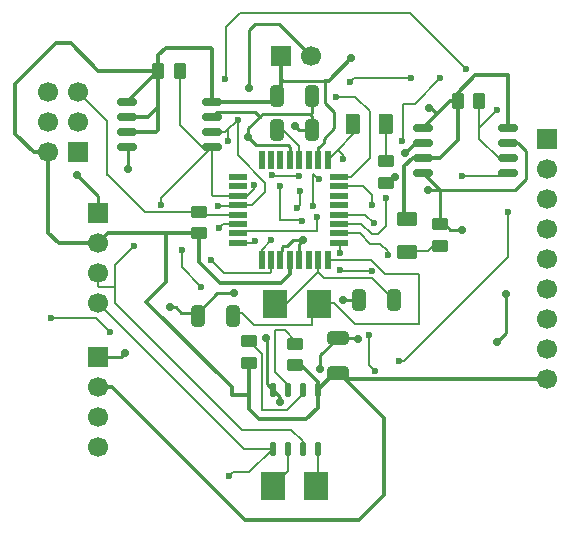
<source format=gbr>
%TF.GenerationSoftware,KiCad,Pcbnew,9.0.1*%
%TF.CreationDate,2025-11-22T15:28:51+03:00*%
%TF.ProjectId,MCU Datalogger wirh 512KB EEPROM,4d435520-4461-4746-916c-6f6767657220,1*%
%TF.SameCoordinates,Original*%
%TF.FileFunction,Copper,L1,Top*%
%TF.FilePolarity,Positive*%
%FSLAX46Y46*%
G04 Gerber Fmt 4.6, Leading zero omitted, Abs format (unit mm)*
G04 Created by KiCad (PCBNEW 9.0.1) date 2025-11-22 15:28:51*
%MOMM*%
%LPD*%
G01*
G04 APERTURE LIST*
G04 Aperture macros list*
%AMRoundRect*
0 Rectangle with rounded corners*
0 $1 Rounding radius*
0 $2 $3 $4 $5 $6 $7 $8 $9 X,Y pos of 4 corners*
0 Add a 4 corners polygon primitive as box body*
4,1,4,$2,$3,$4,$5,$6,$7,$8,$9,$2,$3,0*
0 Add four circle primitives for the rounded corners*
1,1,$1+$1,$2,$3*
1,1,$1+$1,$4,$5*
1,1,$1+$1,$6,$7*
1,1,$1+$1,$8,$9*
0 Add four rect primitives between the rounded corners*
20,1,$1+$1,$2,$3,$4,$5,0*
20,1,$1+$1,$4,$5,$6,$7,0*
20,1,$1+$1,$6,$7,$8,$9,0*
20,1,$1+$1,$8,$9,$2,$3,0*%
G04 Aperture macros list end*
%TA.AperFunction,SMDPad,CuDef*%
%ADD10RoundRect,0.162500X-0.650000X-0.162500X0.650000X-0.162500X0.650000X0.162500X-0.650000X0.162500X0*%
%TD*%
%TA.AperFunction,SMDPad,CuDef*%
%ADD11RoundRect,0.250000X-0.325000X-0.650000X0.325000X-0.650000X0.325000X0.650000X-0.325000X0.650000X0*%
%TD*%
%TA.AperFunction,SMDPad,CuDef*%
%ADD12R,2.000000X2.400000*%
%TD*%
%TA.AperFunction,SMDPad,CuDef*%
%ADD13RoundRect,0.250000X0.625000X-0.375000X0.625000X0.375000X-0.625000X0.375000X-0.625000X-0.375000X0*%
%TD*%
%TA.AperFunction,SMDPad,CuDef*%
%ADD14RoundRect,0.250000X0.450000X-0.262500X0.450000X0.262500X-0.450000X0.262500X-0.450000X-0.262500X0*%
%TD*%
%TA.AperFunction,SMDPad,CuDef*%
%ADD15RoundRect,0.250000X-0.650000X0.325000X-0.650000X-0.325000X0.650000X-0.325000X0.650000X0.325000X0*%
%TD*%
%TA.AperFunction,ComponentPad*%
%ADD16R,1.700000X1.700000*%
%TD*%
%TA.AperFunction,ComponentPad*%
%ADD17C,1.700000*%
%TD*%
%TA.AperFunction,SMDPad,CuDef*%
%ADD18RoundRect,0.250000X-0.262500X-0.450000X0.262500X-0.450000X0.262500X0.450000X-0.262500X0.450000X0*%
%TD*%
%TA.AperFunction,SMDPad,CuDef*%
%ADD19RoundRect,0.078000X-0.182000X-0.492000X0.182000X-0.492000X0.182000X0.492000X-0.182000X0.492000X0*%
%TD*%
%TA.AperFunction,SMDPad,CuDef*%
%ADD20RoundRect,0.250000X0.375000X0.625000X-0.375000X0.625000X-0.375000X-0.625000X0.375000X-0.625000X0*%
%TD*%
%TA.AperFunction,SMDPad,CuDef*%
%ADD21R,0.550000X1.600000*%
%TD*%
%TA.AperFunction,SMDPad,CuDef*%
%ADD22R,1.600000X0.550000*%
%TD*%
%TA.AperFunction,ViaPad*%
%ADD23C,0.600000*%
%TD*%
%TA.AperFunction,ViaPad*%
%ADD24C,0.700000*%
%TD*%
%TA.AperFunction,Conductor*%
%ADD25C,0.200000*%
%TD*%
%TA.AperFunction,Conductor*%
%ADD26C,0.250000*%
%TD*%
%TA.AperFunction,Conductor*%
%ADD27C,0.300000*%
%TD*%
G04 APERTURE END LIST*
D10*
%TO.P,U2,1,A0*%
%TO.N,/Vcc*%
X146843500Y-86257100D03*
%TO.P,U2,2,A1*%
%TO.N,GND*%
X146843500Y-87527100D03*
%TO.P,U2,3,A2*%
%TO.N,/Vcc*%
X146843500Y-88797100D03*
%TO.P,U2,4,GND*%
%TO.N,GND*%
X146843500Y-90067100D03*
%TO.P,U2,5,SDA*%
%TO.N,/SDA*%
X154018500Y-90067100D03*
%TO.P,U2,6,SCL*%
%TO.N,/SCL*%
X154018500Y-88797100D03*
%TO.P,U2,7,WP*%
%TO.N,GND*%
X154018500Y-87527100D03*
%TO.P,U2,8,VCC*%
%TO.N,/Vcc*%
X154018500Y-86257100D03*
%TD*%
D11*
%TO.P,C5,1*%
%TO.N,/Vcc*%
X134443500Y-83587100D03*
%TO.P,C5,2*%
%TO.N,GND*%
X137393500Y-83587100D03*
%TD*%
D12*
%TO.P,Y1,1,1*%
%TO.N,Net-(IC1-PB7)*%
X138018500Y-101187100D03*
%TO.P,Y1,2,2*%
%TO.N,Net-(IC1-PB6)*%
X134318500Y-101187100D03*
%TD*%
D13*
%TO.P,D2,1,K*%
%TO.N,Net-(D2-K)*%
X145493500Y-96737100D03*
%TO.P,D2,2,A*%
%TO.N,/Vcc*%
X145493500Y-93937100D03*
%TD*%
D14*
%TO.P,R7,1*%
%TO.N,GND*%
X143718500Y-90899600D03*
%TO.P,R7,2*%
%TO.N,Net-(D1-K)*%
X143718500Y-89074600D03*
%TD*%
%TO.P,R4,1*%
%TO.N,/Vcc*%
X132043500Y-106137100D03*
%TO.P,R4,2*%
%TO.N,Net-(U3-!INTA)*%
X132043500Y-104312100D03*
%TD*%
D15*
%TO.P,C4,1*%
%TO.N,GND*%
X139593500Y-104012100D03*
%TO.P,C4,2*%
%TO.N,/Vcc*%
X139593500Y-106962100D03*
%TD*%
D14*
%TO.P,R6,1*%
%TO.N,/Vcc*%
X127843500Y-95174600D03*
%TO.P,R6,2*%
%TO.N,/RESET*%
X127843500Y-93349600D03*
%TD*%
D16*
%TO.P,J3,1,Pin_1*%
%TO.N,/D2*%
X157268500Y-87182100D03*
D17*
%TO.P,J3,2,Pin_2*%
%TO.N,/D3*%
X157268500Y-89722100D03*
%TO.P,J3,3,Pin_3*%
%TO.N,/D4*%
X157268500Y-92262100D03*
%TO.P,J3,4,Pin_4*%
%TO.N,/D5*%
X157268500Y-94802100D03*
%TO.P,J3,5,Pin_5*%
%TO.N,/D6*%
X157268500Y-97342100D03*
%TO.P,J3,6,Pin_6*%
%TO.N,/D7*%
X157268500Y-99882100D03*
%TO.P,J3,7,Pin_7*%
%TO.N,/D8*%
X157268500Y-102422100D03*
%TO.P,J3,8,Pin_8*%
%TO.N,GND*%
X157268500Y-104962100D03*
%TO.P,J3,9,Pin_9*%
%TO.N,/Vcc*%
X157268500Y-107502100D03*
%TD*%
D12*
%TO.P,Y2,1,1*%
%TO.N,Net-(U3-X1)*%
X134093500Y-116587100D03*
%TO.P,Y2,2,2*%
%TO.N,Net-(U3-X2)*%
X137793500Y-116587100D03*
%TD*%
D16*
%TO.P,BT1,1,+*%
%TO.N,/Vcc*%
X134828500Y-80162100D03*
D17*
%TO.P,BT1,2,-*%
%TO.N,GND*%
X137368500Y-80162100D03*
%TD*%
D16*
%TO.P,J1,1,Pin_1*%
%TO.N,GND*%
X119293500Y-93492100D03*
D17*
%TO.P,J1,2,Pin_2*%
%TO.N,/Vcc*%
X119293500Y-96032100D03*
%TO.P,J1,3,Pin_3*%
%TO.N,/SDA*%
X119293500Y-98572100D03*
%TO.P,J1,4,Pin_4*%
%TO.N,/SCL*%
X119293500Y-101112100D03*
%TD*%
D11*
%TO.P,C3,1*%
%TO.N,GND*%
X141418500Y-100812100D03*
%TO.P,C3,2*%
%TO.N,Net-(IC1-PB6)*%
X144368500Y-100812100D03*
%TD*%
%TO.P,C2,1*%
%TO.N,GND*%
X127745000Y-102140000D03*
%TO.P,C2,2*%
%TO.N,Net-(IC1-PB7)*%
X130695000Y-102140000D03*
%TD*%
D10*
%TO.P,U1,1,A0*%
%TO.N,/Vcc*%
X121768500Y-84067100D03*
%TO.P,U1,2,A1*%
X121768500Y-85337100D03*
%TO.P,U1,3,A2*%
X121768500Y-86607100D03*
%TO.P,U1,4,GND*%
%TO.N,GND*%
X121768500Y-87877100D03*
%TO.P,U1,5,SDA*%
%TO.N,/SDA*%
X128943500Y-87877100D03*
%TO.P,U1,6,SCL*%
%TO.N,/SCL*%
X128943500Y-86607100D03*
%TO.P,U1,7,WP*%
%TO.N,GND*%
X128943500Y-85337100D03*
%TO.P,U1,8,VCC*%
%TO.N,/Vcc*%
X128943500Y-84067100D03*
%TD*%
D14*
%TO.P,R5,1*%
%TO.N,/Vcc*%
X135991600Y-106347900D03*
%TO.P,R5,2*%
%TO.N,Net-(U3-SQW{slash}~INT)*%
X135991600Y-104522900D03*
%TD*%
%TO.P,R1,1*%
%TO.N,Net-(D2-K)*%
X148234400Y-96238700D03*
%TO.P,R1,2*%
%TO.N,GND*%
X148234400Y-94413700D03*
%TD*%
D18*
%TO.P,R3,1*%
%TO.N,/Vcc*%
X149743500Y-84012100D03*
%TO.P,R3,2*%
%TO.N,/SCL*%
X151568500Y-84012100D03*
%TD*%
D11*
%TO.P,C1,1*%
%TO.N,Net-(IC1-AREF)*%
X134443900Y-86431100D03*
%TO.P,C1,2*%
%TO.N,GND*%
X137393900Y-86431100D03*
%TD*%
D19*
%TO.P,U3,1,SCL*%
%TO.N,/SCL*%
X134083500Y-113449600D03*
%TO.P,U3,2,X1*%
%TO.N,Net-(U3-X1)*%
X135353500Y-113449600D03*
%TO.P,U3,3,SDA*%
%TO.N,/SDA*%
X136623500Y-113449600D03*
%TO.P,U3,4,X2*%
%TO.N,Net-(U3-X2)*%
X137893500Y-113449600D03*
%TO.P,U3,5,VCC*%
%TO.N,/Vcc*%
X137893500Y-108409600D03*
%TO.P,U3,6,!INTA*%
%TO.N,Net-(U3-!INTA)*%
X136623500Y-108409600D03*
%TO.P,U3,7,SQW/~INT*%
%TO.N,Net-(U3-SQW{slash}~INT)*%
X135353500Y-108409600D03*
%TO.P,U3,8,GND*%
%TO.N,GND*%
X134083500Y-108409600D03*
%TD*%
D16*
%TO.P,J4,1,Pin_1*%
%TO.N,/MISO*%
X117593500Y-88287100D03*
D17*
%TO.P,J4,2,Pin_2*%
%TO.N,/Vcc*%
X115053500Y-88287100D03*
%TO.P,J4,3,Pin_3*%
%TO.N,/SCK*%
X117593500Y-85747100D03*
%TO.P,J4,4,Pin_4*%
%TO.N,/MOSI*%
X115053500Y-85747100D03*
%TO.P,J4,5,Pin_5*%
%TO.N,/RESET*%
X117593500Y-83207100D03*
%TO.P,J4,6,Pin_6*%
%TO.N,GND*%
X115053500Y-83207100D03*
%TD*%
D20*
%TO.P,D1,1,K*%
%TO.N,Net-(D1-K)*%
X143693500Y-85887100D03*
%TO.P,D1,2,A*%
%TO.N,/SCK*%
X140893500Y-85887100D03*
%TD*%
D18*
%TO.P,R2,1*%
%TO.N,/Vcc*%
X124406000Y-81437100D03*
%TO.P,R2,2*%
%TO.N,/SDA*%
X126231000Y-81437100D03*
%TD*%
D21*
%TO.P,IC1,1,PD3*%
%TO.N,/D3*%
X133143500Y-97437100D03*
%TO.P,IC1,2,PD4*%
%TO.N,/D4*%
X133943500Y-97437100D03*
%TO.P,IC1,3,GND*%
%TO.N,GND*%
X134743500Y-97437100D03*
%TO.P,IC1,4,VCC*%
%TO.N,/Vcc*%
X135543500Y-97437100D03*
%TO.P,IC1,5,GND*%
%TO.N,GND*%
X136343500Y-97437100D03*
%TO.P,IC1,6,VCC*%
%TO.N,unconnected-(IC1-VCC-Pad6)*%
X137143500Y-97437100D03*
%TO.P,IC1,7,PB6*%
%TO.N,Net-(IC1-PB6)*%
X137943500Y-97437100D03*
%TO.P,IC1,8,PB7*%
%TO.N,Net-(IC1-PB7)*%
X138743500Y-97437100D03*
D22*
%TO.P,IC1,9,PD5*%
%TO.N,/D5*%
X139668500Y-95987100D03*
%TO.P,IC1,10,PD6*%
%TO.N,/D6*%
X139668500Y-95187100D03*
%TO.P,IC1,11,PD7*%
%TO.N,/D7*%
X139668500Y-94387100D03*
%TO.P,IC1,12,PB0*%
%TO.N,/D8*%
X139668500Y-93587100D03*
%TO.P,IC1,13,PB1*%
%TO.N,unconnected-(IC1-PB1-Pad13)*%
X139668500Y-92787100D03*
%TO.P,IC1,14,PB2*%
%TO.N,unconnected-(IC1-PB2-Pad14)*%
X139668500Y-91987100D03*
%TO.P,IC1,15,PB3*%
%TO.N,/MOSI*%
X139668500Y-91187100D03*
%TO.P,IC1,16,PB4*%
%TO.N,/MISO*%
X139668500Y-90387100D03*
D21*
%TO.P,IC1,17,PB5*%
%TO.N,/SCK*%
X138743500Y-88937100D03*
%TO.P,IC1,18,AVCC*%
%TO.N,/Vcc*%
X137943500Y-88937100D03*
%TO.P,IC1,19,ADC6*%
%TO.N,unconnected-(IC1-ADC6-Pad19)*%
X137143500Y-88937100D03*
%TO.P,IC1,20,AREF*%
%TO.N,Net-(IC1-AREF)*%
X136343500Y-88937100D03*
%TO.P,IC1,21,GND*%
%TO.N,GND*%
X135543500Y-88937100D03*
%TO.P,IC1,22,ADC7*%
%TO.N,unconnected-(IC1-ADC7-Pad22)*%
X134743500Y-88937100D03*
%TO.P,IC1,23,PC0*%
%TO.N,unconnected-(IC1-PC0-Pad23)*%
X133943500Y-88937100D03*
%TO.P,IC1,24,PC1*%
%TO.N,unconnected-(IC1-PC1-Pad24)*%
X133143500Y-88937100D03*
D22*
%TO.P,IC1,25,PC2*%
%TO.N,unconnected-(IC1-PC2-Pad25)*%
X131168500Y-90387100D03*
%TO.P,IC1,26,PC3*%
%TO.N,unconnected-(IC1-PC3-Pad26)*%
X131168500Y-91187100D03*
%TO.P,IC1,27,PC4*%
%TO.N,/SDA*%
X131168500Y-91987100D03*
%TO.P,IC1,28,PC5*%
%TO.N,/SCL*%
X131168500Y-92787100D03*
%TO.P,IC1,29,PC6*%
%TO.N,/RESET*%
X131168500Y-93587100D03*
%TO.P,IC1,30,PD0*%
%TO.N,/RX*%
X131168500Y-94387100D03*
%TO.P,IC1,31,PD1*%
%TO.N,/TX*%
X131168500Y-95187100D03*
%TO.P,IC1,32,PD2*%
%TO.N,/D2*%
X131168500Y-95987100D03*
%TD*%
D16*
%TO.P,J2,1,Pin_1*%
%TO.N,GND*%
X119293500Y-105627100D03*
D17*
%TO.P,J2,2,Pin_2*%
%TO.N,/Vcc*%
X119293500Y-108167100D03*
%TO.P,J2,3,Pin_3*%
%TO.N,/RX*%
X119293500Y-110707100D03*
%TO.P,J2,4,Pin_4*%
%TO.N,/TX*%
X119293500Y-113247100D03*
%TD*%
D23*
%TO.N,/SCK*%
X140050000Y-88910000D03*
X138030000Y-90580000D03*
X128020000Y-99690000D03*
X120280000Y-103530000D03*
X137520000Y-92820000D03*
X115310000Y-102340000D03*
X126390000Y-96580000D03*
D24*
%TO.N,GND*%
X134725100Y-109462100D03*
X150092100Y-94863900D03*
X153063900Y-104363500D03*
X125377900Y-101442500D03*
X141278300Y-104084100D03*
X147196500Y-91512100D03*
X138093500Y-106687100D03*
X133543500Y-104058700D03*
X145253400Y-88399600D03*
X135944300Y-86050100D03*
X140008300Y-100832900D03*
X117478500Y-90212100D03*
X121567900Y-105277900D03*
X130838900Y-100223300D03*
X132108900Y-82849700D03*
X153800500Y-100350300D03*
X121821900Y-89733100D03*
X144427900Y-90393500D03*
X132032700Y-87040700D03*
X136655500Y-95778300D03*
%TO.N,/Vcc*%
X140744900Y-80360500D03*
X147320725Y-84554275D03*
D23*
%TO.N,/SDA*%
X132489900Y-91104700D03*
X122380700Y-96210100D03*
X136274500Y-90291900D03*
X134064700Y-90266500D03*
X124666700Y-92749600D03*
X150142900Y-90291900D03*
%TO.N,/RX*%
X129543500Y-94737100D03*
%TO.N,/D2*%
X145068500Y-87387100D03*
X136118500Y-93062100D03*
X132616900Y-95803700D03*
X136368500Y-91612100D03*
X148268500Y-82062100D03*
%TO.N,/D7*%
X143693500Y-92212100D03*
%TO.N,/TX*%
X137868500Y-93762100D03*
%TO.N,/MOSI*%
X142468500Y-92737100D03*
%TO.N,/D5*%
X139793500Y-96812100D03*
X139818500Y-98312100D03*
X142718500Y-106802100D03*
X142469973Y-98362100D03*
X142268500Y-103762100D03*
%TO.N,/D6*%
X143843500Y-97018431D03*
%TO.N,/D4*%
X154018500Y-93337100D03*
X128868500Y-97462100D03*
X144743500Y-105987100D03*
%TO.N,/SCL*%
X153063900Y-84754700D03*
X150447700Y-81274900D03*
X129493500Y-92841100D03*
X130051500Y-82087700D03*
X130330900Y-87396300D03*
X130393500Y-115737100D03*
X131118500Y-85562100D03*
%TO.N,/D3*%
X140668500Y-82362100D03*
X145793500Y-82037100D03*
X134743500Y-91187100D03*
X133941500Y-95762100D03*
X136593500Y-94162100D03*
%TO.N,/D8*%
X142643500Y-94312100D03*
%TO.N,/MISO*%
X139443500Y-83612100D03*
%TD*%
D25*
%TO.N,/SCK*%
X140050000Y-88570000D02*
X139580300Y-88100300D01*
X140050000Y-88910000D02*
X140050000Y-88570000D01*
X139580300Y-88100300D02*
X140893500Y-86787100D01*
X137520000Y-90160600D02*
X137939400Y-90580000D01*
X137939400Y-90580000D02*
X138030000Y-90580000D01*
X137520000Y-92820000D02*
X137520000Y-90160600D01*
X126390000Y-98060000D02*
X126390000Y-96580000D01*
X128020000Y-99690000D02*
X126390000Y-98060000D01*
X119090000Y-102340000D02*
X120280000Y-103530000D01*
X115310000Y-102340000D02*
X119090000Y-102340000D01*
D26*
%TO.N,GND*%
X137393500Y-83587100D02*
X137393500Y-85007300D01*
X134979100Y-96261100D02*
X134892500Y-96347700D01*
X154594300Y-91485700D02*
X148274900Y-91485700D01*
X137393900Y-86431100D02*
X136325300Y-86431100D01*
X139593500Y-104012100D02*
X138093500Y-105512100D01*
X134892500Y-96703100D02*
X134743500Y-96852100D01*
X149082800Y-94863900D02*
X148632600Y-94413700D01*
X134725100Y-109051200D02*
X134083500Y-108409600D01*
X136343500Y-96090300D02*
X136655500Y-95778300D01*
X155502300Y-88198401D02*
X155502300Y-90577700D01*
X129407300Y-100223300D02*
X130838900Y-100223300D01*
X129398900Y-84881700D02*
X132591500Y-84881700D01*
X119293500Y-105627100D02*
X121218700Y-105627100D01*
X155502300Y-90577700D02*
X154594300Y-91485700D01*
X135543500Y-87887100D02*
X135363500Y-87707100D01*
X140008300Y-100832900D02*
X141397700Y-100832900D01*
X127745000Y-101885600D02*
X129407300Y-100223300D01*
X148274900Y-91485700D02*
X148268500Y-91492100D01*
X121218700Y-105627100D02*
X121567900Y-105277900D01*
X154830999Y-87527100D02*
X155502300Y-88198401D01*
X138093500Y-105512100D02*
X138093500Y-106687100D01*
X134083500Y-108409600D02*
X133619500Y-107945600D01*
X125911300Y-101442500D02*
X126355900Y-101887100D01*
X119293500Y-93492100D02*
X119293500Y-92027100D01*
X132591500Y-84881700D02*
X132997900Y-85288100D01*
X136655500Y-95778300D02*
X135817300Y-95778300D01*
X136325300Y-86431100D02*
X135944300Y-86050100D01*
X132108900Y-77922100D02*
X132108900Y-82849700D01*
X153800500Y-103626900D02*
X153063900Y-104363500D01*
X135817300Y-95778300D02*
X135334500Y-96261100D01*
X119293500Y-92027100D02*
X117478500Y-90212100D01*
X135543500Y-88937100D02*
X135543500Y-87887100D01*
X148268500Y-91492100D02*
X148268500Y-94379600D01*
X137315900Y-85186500D02*
X137443500Y-85314100D01*
X137368500Y-80162100D02*
X134645900Y-77439500D01*
X133061400Y-85224600D02*
X133201100Y-85084900D01*
X132699100Y-87707100D02*
X132032700Y-87040700D01*
X134892500Y-96347700D02*
X134892500Y-96703100D01*
X153800500Y-101494100D02*
X153800500Y-100350300D01*
X148274900Y-91485700D02*
X147222900Y-91485700D01*
X137315900Y-85084900D02*
X137315900Y-85186500D01*
X141206300Y-104012100D02*
X141278300Y-104084100D01*
X139593500Y-104012100D02*
X141206300Y-104012100D01*
X121821900Y-89733100D02*
X121821900Y-87930500D01*
X135363500Y-87707100D02*
X132699100Y-87707100D01*
X146125900Y-87527100D02*
X146843500Y-87527100D01*
X137443500Y-86381500D02*
X137393900Y-86431100D01*
X132032700Y-87040700D02*
X132032700Y-86253300D01*
X137393500Y-85007300D02*
X137315900Y-85084900D01*
X133201100Y-85084900D02*
X137315900Y-85084900D01*
X148268500Y-94379600D02*
X148234400Y-94413700D01*
X134645900Y-77439500D02*
X132591500Y-77439500D01*
X132591500Y-77439500D02*
X132108900Y-77922100D01*
X132032700Y-86253300D02*
X133061400Y-85224600D01*
X153800500Y-101494100D02*
X153800500Y-103626900D01*
X134743500Y-96852100D02*
X134743500Y-97437100D01*
X136343500Y-97437100D02*
X136343500Y-96090300D01*
X127745000Y-102140000D02*
X127745000Y-101885600D01*
X154018500Y-87527100D02*
X154830999Y-87527100D01*
X146843500Y-90067100D02*
X148268500Y-91492100D01*
X128943500Y-85337100D02*
X129398900Y-84881700D01*
X126355900Y-101887100D02*
X127492100Y-101887100D01*
X133619500Y-104134700D02*
X133543500Y-104058700D01*
X135334500Y-96261100D02*
X134979100Y-96261100D01*
X125377900Y-101442500D02*
X125911300Y-101442500D01*
X121821900Y-87930500D02*
X121768500Y-87877100D01*
X134725100Y-109462100D02*
X134725100Y-109051200D01*
X141397700Y-100832900D02*
X141418500Y-100812100D01*
X143921800Y-90899600D02*
X144427900Y-90393500D01*
X137443500Y-85314100D02*
X137443500Y-86381500D01*
X148632600Y-94413700D02*
X148234400Y-94413700D01*
X145253400Y-88399600D02*
X146125900Y-87527100D01*
X147222900Y-91485700D02*
X147196500Y-91512100D01*
X150092100Y-94863900D02*
X149082800Y-94863900D01*
X133619500Y-107945600D02*
X133619500Y-104134700D01*
X132997900Y-85288100D02*
X133061400Y-85224600D01*
X127492100Y-101887100D02*
X127745000Y-102140000D01*
X143718500Y-90899600D02*
X143921800Y-90899600D01*
D27*
%TO.N,/Vcc*%
X147529475Y-84554275D02*
X147320725Y-84554275D01*
X125073100Y-95174600D02*
X127843500Y-95174600D01*
X124406000Y-80099600D02*
X124406000Y-81437100D01*
X128943500Y-79537100D02*
X128893500Y-79487100D01*
X125073100Y-95174600D02*
X125073100Y-99283500D01*
D26*
X137943500Y-88937100D02*
X137943500Y-87884900D01*
D27*
X139593500Y-106887100D02*
X139541000Y-106834600D01*
X157268500Y-107502100D02*
X140233500Y-107502100D01*
X134828500Y-80162100D02*
X134828500Y-82113100D01*
X124398500Y-81437100D02*
X121768500Y-84067100D01*
D26*
X138395700Y-87154700D02*
X139271700Y-86278700D01*
D27*
X124406000Y-81437100D02*
X124398500Y-81437100D01*
X151193500Y-81812100D02*
X149743500Y-83262100D01*
X154018500Y-81837100D02*
X153993500Y-81812100D01*
D26*
X134980900Y-82265500D02*
X134828500Y-82113100D01*
X139271700Y-86278700D02*
X139271700Y-84881700D01*
X137943500Y-87884900D02*
X138035926Y-87884900D01*
D27*
X148037900Y-85062700D02*
X147529475Y-84554275D01*
X145493500Y-93937100D02*
X145218500Y-93662100D01*
X129593500Y-99387100D02*
X134770500Y-99387100D01*
X115053500Y-89077100D02*
X115043500Y-89087100D01*
X119293500Y-96032100D02*
X120151000Y-95174600D01*
X125018500Y-79487100D02*
X124406000Y-80099600D01*
X123396700Y-100959900D02*
X130661100Y-108224300D01*
D26*
X138395700Y-87525126D02*
X138395700Y-87154700D01*
D27*
X124406000Y-84499600D02*
X124406000Y-81437100D01*
D26*
X138509700Y-84119700D02*
X138509700Y-82265500D01*
D27*
X141402900Y-119487100D02*
X143518500Y-117371500D01*
X120151000Y-95174600D02*
X125073100Y-95174600D01*
X130661100Y-108833900D02*
X132018100Y-108833900D01*
X149088500Y-84012100D02*
X148037900Y-85062700D01*
X132043500Y-106137100D02*
X132043500Y-108859300D01*
X149743500Y-84012100D02*
X149088500Y-84012100D01*
X115700500Y-79090500D02*
X116970500Y-79090500D01*
X128943500Y-84067100D02*
X128943500Y-79537100D01*
X127843500Y-97637100D02*
X129593500Y-99387100D01*
X132043500Y-110063500D02*
X132917100Y-110937100D01*
X145218500Y-93662100D02*
X145218500Y-89512100D01*
X139468500Y-106834600D02*
X137893500Y-108409600D01*
X131777100Y-119487100D02*
X141402900Y-119487100D01*
X137893500Y-107737100D02*
X136504300Y-106347900D01*
D26*
X138035926Y-87884900D02*
X138395700Y-87525126D01*
D27*
X136943500Y-110937100D02*
X137893500Y-109987100D01*
X134770500Y-99387100D02*
X135543500Y-98614100D01*
X115043500Y-89087100D02*
X115043500Y-95106500D01*
X119293500Y-108167100D02*
X120457100Y-108167100D01*
X128893500Y-79487100D02*
X125018500Y-79487100D01*
X139541000Y-106834600D02*
X139468500Y-106834600D01*
X121768500Y-86607100D02*
X124223500Y-86607100D01*
X112296900Y-82494100D02*
X115700500Y-79090500D01*
X139618500Y-106937100D02*
X139593500Y-106962100D01*
X128943500Y-84067100D02*
X133963500Y-84067100D01*
X134828500Y-82113100D02*
X134828500Y-83202100D01*
D26*
X138509700Y-82265500D02*
X134980900Y-82265500D01*
D27*
X148258500Y-88797100D02*
X149743500Y-87312100D01*
X133963500Y-84067100D02*
X134443500Y-83587100D01*
X138839900Y-82265500D02*
X138509700Y-82265500D01*
X115040000Y-95110000D02*
X115962100Y-96032100D01*
X139618500Y-106887100D02*
X139618500Y-106937100D01*
X134828500Y-83202100D02*
X134443500Y-83587100D01*
X153993500Y-81812100D02*
X151193500Y-81812100D01*
X146843500Y-88797100D02*
X148258500Y-88797100D01*
X149743500Y-87312100D02*
X149743500Y-84012100D01*
X137893500Y-108409600D02*
X137893500Y-107737100D01*
X125073100Y-99283500D02*
X123396700Y-100959900D01*
X148037900Y-85062700D02*
X146843500Y-86257100D01*
X145933500Y-88797100D02*
X146843500Y-88797100D01*
X154018500Y-86257100D02*
X154018500Y-81837100D01*
X120457100Y-108167100D02*
X131777100Y-119487100D01*
X140744900Y-80360500D02*
X138839900Y-82265500D01*
X116970500Y-79090500D02*
X119317100Y-81437100D01*
X115962100Y-96032100D02*
X119293500Y-96032100D01*
X140233500Y-107502100D02*
X139618500Y-106887100D01*
X143518500Y-110787100D02*
X139618500Y-106887100D01*
X124223500Y-86607100D02*
X124406000Y-86424600D01*
D26*
X139271700Y-84881700D02*
X138509700Y-84119700D01*
D27*
X136504300Y-106347900D02*
X135991600Y-106347900D01*
X139593500Y-106962100D02*
X139593500Y-106887100D01*
X119317100Y-81437100D02*
X124406000Y-81437100D01*
X143518500Y-117371500D02*
X143518500Y-110787100D01*
X153603878Y-86257100D02*
X154018500Y-86257100D01*
X137893500Y-109987100D02*
X137893500Y-108409600D01*
X115053500Y-88287100D02*
X113847100Y-88287100D01*
X121768500Y-85337100D02*
X123568500Y-85337100D01*
X130661100Y-108224300D02*
X130661100Y-108833900D01*
X132043500Y-108859300D02*
X132043500Y-110063500D01*
X149743500Y-83262100D02*
X149743500Y-84012100D01*
X145218500Y-89512100D02*
X145933500Y-88797100D01*
X127843500Y-95174600D02*
X127843500Y-97637100D01*
X112300000Y-86740000D02*
X112296900Y-86743100D01*
X115053500Y-88287100D02*
X115053500Y-89077100D01*
X135543500Y-98614100D02*
X135543500Y-97437100D01*
X112296900Y-86743100D02*
X112296900Y-82494100D01*
X132917100Y-110937100D02*
X136943500Y-110937100D01*
X115043500Y-95106500D02*
X115040000Y-95110000D01*
X123568500Y-85337100D02*
X124406000Y-84499600D01*
X113847100Y-88287100D02*
X112300000Y-86740000D01*
X124406000Y-86424600D02*
X124406000Y-84499600D01*
D25*
%TO.N,Net-(IC1-AREF)*%
X134443900Y-86431100D02*
X134560500Y-86431100D01*
X135043500Y-86487100D02*
X136343500Y-87787100D01*
X136343500Y-87787100D02*
X136343500Y-88937100D01*
X134560500Y-86431100D02*
X134616500Y-86487100D01*
X134616500Y-86487100D02*
X135043500Y-86487100D01*
%TO.N,Net-(IC1-PB7)*%
X130947900Y-101887100D02*
X131468500Y-101887100D01*
X143593500Y-98637100D02*
X142393500Y-97437100D01*
X138018500Y-101187100D02*
X138093500Y-101112100D01*
X146468500Y-98637100D02*
X143593500Y-98637100D01*
X137743500Y-101112100D02*
X137943500Y-101112100D01*
X137718500Y-101137100D02*
X137743500Y-101112100D01*
X132493500Y-102912100D02*
X137418500Y-102912100D01*
X138093500Y-101112100D02*
X139268500Y-101112100D01*
X146443500Y-102887100D02*
X146468500Y-102862100D01*
X137418500Y-102912100D02*
X137418500Y-101237100D01*
X146468500Y-102862100D02*
X146468500Y-98637100D01*
X131468500Y-101887100D02*
X132493500Y-102912100D01*
X138243500Y-100812100D02*
X137968500Y-101087100D01*
X137943500Y-101112100D02*
X138018500Y-101187100D01*
X130695000Y-102140000D02*
X130947900Y-101887100D01*
X137968500Y-101087100D02*
X137968500Y-101137100D01*
X137418500Y-101237100D02*
X137518500Y-101137100D01*
X137968500Y-101137100D02*
X138018500Y-101187100D01*
X137518500Y-101137100D02*
X137718500Y-101137100D01*
X139268500Y-101112100D02*
X141043500Y-102887100D01*
X142393500Y-97437100D02*
X138743500Y-97437100D01*
X141043500Y-102887100D02*
X146443500Y-102887100D01*
%TO.N,Net-(IC1-PB6)*%
X138468500Y-98962100D02*
X137943500Y-98437100D01*
X144368500Y-100812100D02*
X142518500Y-98962100D01*
X137943500Y-98410100D02*
X137943500Y-97437100D01*
X134443500Y-101287100D02*
X135066500Y-101287100D01*
X134343500Y-101187100D02*
X134443500Y-101287100D01*
X142518500Y-98962100D02*
X138468500Y-98962100D01*
X137943500Y-98437100D02*
X137943500Y-97437100D01*
X134318500Y-101187100D02*
X134343500Y-101187100D01*
X135066500Y-101287100D02*
X137943500Y-98410100D01*
%TO.N,/SCK*%
X138743500Y-88937100D02*
X139580300Y-88100300D01*
X140893500Y-86787100D02*
X140893500Y-85887100D01*
%TO.N,Net-(D1-K)*%
X143693500Y-89049600D02*
X143718500Y-89074600D01*
X143693500Y-85887100D02*
X143693500Y-89049600D01*
%TO.N,Net-(D2-K)*%
X147666900Y-96238700D02*
X148234400Y-96238700D01*
X147193500Y-96712100D02*
X147666900Y-96238700D01*
X145493500Y-96737100D02*
X145518500Y-96712100D01*
X145518500Y-96712100D02*
X147193500Y-96712100D01*
%TO.N,/SDA*%
X128943500Y-87877100D02*
X128131001Y-87877100D01*
X136623500Y-112792100D02*
X135643500Y-111812100D01*
X132489900Y-91409500D02*
X131912300Y-91987100D01*
X119343500Y-99687100D02*
X119293500Y-99637100D01*
X119293500Y-99637100D02*
X119293500Y-98572100D01*
X132489900Y-91104700D02*
X132489900Y-91409500D01*
X134090100Y-90291900D02*
X134064700Y-90266500D01*
X131468500Y-111812100D02*
X120693500Y-101037100D01*
X153793700Y-90291900D02*
X150142900Y-90291900D01*
X128943500Y-87877100D02*
X128943500Y-91937100D01*
X120693500Y-99687100D02*
X119343500Y-99687100D01*
X136274500Y-90291900D02*
X134090100Y-90291900D01*
X120693500Y-101037100D02*
X120693500Y-99687100D01*
X128943500Y-91937100D02*
X129018500Y-92012100D01*
X135643500Y-111812100D02*
X131468500Y-111812100D01*
X131912300Y-91987100D02*
X131168500Y-91987100D01*
X120693500Y-97897300D02*
X122380700Y-96210100D01*
X154018500Y-90067100D02*
X153793700Y-90291900D01*
X129018500Y-92012100D02*
X129043500Y-91987100D01*
X120693500Y-99687100D02*
X120693500Y-97897300D01*
X131143500Y-92012100D02*
X131168500Y-91987100D01*
X128131001Y-87877100D02*
X126231000Y-85977099D01*
X129043500Y-91987100D02*
X131168500Y-91987100D01*
X136623500Y-113449600D02*
X136623500Y-112792100D01*
X126231000Y-85977099D02*
X126231000Y-81437100D01*
X124666700Y-92749600D02*
X124666700Y-92153900D01*
X124666700Y-92153900D02*
X128943500Y-87877100D01*
%TO.N,/RX*%
X129543500Y-94737100D02*
X129893500Y-94387100D01*
X129893500Y-94387100D02*
X131168500Y-94387100D01*
%TO.N,/D2*%
X136368500Y-92812100D02*
X136118500Y-93062100D01*
X136368500Y-91612100D02*
X136368500Y-92812100D01*
X132433500Y-95987100D02*
X131168500Y-95987100D01*
X132616900Y-95803700D02*
X132433500Y-95987100D01*
X148268500Y-82062100D02*
X146118500Y-84212100D01*
X146118500Y-84212100D02*
X145143500Y-84212100D01*
X145143500Y-84212100D02*
X145143500Y-87312100D01*
X145143500Y-87312100D02*
X145068500Y-87387100D01*
%TO.N,/D7*%
X143693500Y-92212100D02*
X143668500Y-92237100D01*
X141595500Y-94387100D02*
X139668500Y-94387100D01*
X142993500Y-95262100D02*
X142470500Y-95262100D01*
X143668500Y-92237100D02*
X143668500Y-94587100D01*
X143668500Y-94587100D02*
X142993500Y-95262100D01*
X142470500Y-95262100D02*
X141595500Y-94387100D01*
%TO.N,/TX*%
X137843500Y-93891100D02*
X137843500Y-94965500D01*
X131390100Y-94965500D02*
X131168500Y-95187100D01*
X137843500Y-94965500D02*
X131390100Y-94965500D01*
X137972500Y-93762100D02*
X137843500Y-93891100D01*
X137868500Y-93762100D02*
X137972500Y-93762100D01*
%TO.N,/RESET*%
X123281000Y-93349600D02*
X127843500Y-93349600D01*
X120093500Y-90237100D02*
X120168500Y-90237100D01*
X117593500Y-83207100D02*
X120093500Y-85707100D01*
X127843500Y-93349600D02*
X128081000Y-93587100D01*
X120168500Y-90237100D02*
X123281000Y-93349600D01*
X128081000Y-93587100D02*
X131168500Y-93587100D01*
X120093500Y-85707100D02*
X120093500Y-90237100D01*
X117593500Y-83207100D02*
X117628500Y-83172100D01*
%TO.N,/MOSI*%
X142468500Y-92737100D02*
X142468500Y-91937100D01*
X142468500Y-91937100D02*
X141718500Y-91187100D01*
X141718500Y-91187100D02*
X139668500Y-91187100D01*
%TO.N,/D5*%
X142268500Y-106352100D02*
X142268500Y-103762100D01*
X139793500Y-96112100D02*
X139668500Y-95987100D01*
X139793500Y-96812100D02*
X139793500Y-96112100D01*
X142718500Y-106802100D02*
X142268500Y-106352100D01*
X139818500Y-98137100D02*
X139818500Y-98312100D01*
X142469973Y-98362100D02*
X140043500Y-98362100D01*
X140043500Y-98362100D02*
X139818500Y-98137100D01*
%TO.N,/D6*%
X141443500Y-95187100D02*
X139668500Y-95187100D01*
X143843500Y-97018431D02*
X143843500Y-96712100D01*
X142293500Y-96037100D02*
X141443500Y-95187100D01*
X143843500Y-96712100D02*
X143168500Y-96037100D01*
X143168500Y-96037100D02*
X142293500Y-96037100D01*
%TO.N,/D4*%
X144743500Y-105987100D02*
X145193500Y-105987100D01*
X128868500Y-97462100D02*
X129944500Y-98538100D01*
X154018500Y-97162100D02*
X154018500Y-93337100D01*
X133842500Y-98538100D02*
X133943500Y-98437100D01*
X133943500Y-98437100D02*
X133943500Y-97437100D01*
X129944500Y-98538100D02*
X133842500Y-98538100D01*
X145193500Y-105987100D02*
X154018500Y-97162100D01*
%TO.N,/SCL*%
X131631000Y-113449600D02*
X119293500Y-101112100D01*
X145723300Y-76550500D02*
X131279500Y-76550500D01*
X131279500Y-76550500D02*
X130153100Y-77676900D01*
X151568500Y-87159599D02*
X153206001Y-88797100D01*
X130153100Y-81986100D02*
X130051500Y-82087700D01*
X131118500Y-85562100D02*
X130073500Y-86607100D01*
X134083500Y-113449600D02*
X131631000Y-113449600D01*
X130393500Y-115737100D02*
X130718500Y-115412100D01*
X131168500Y-92787100D02*
X132331500Y-92787100D01*
X151568500Y-86250100D02*
X153063900Y-84754700D01*
X132121000Y-115412100D02*
X134083500Y-113449600D01*
X132331500Y-92787100D02*
X133429700Y-91688900D01*
X130330900Y-87396300D02*
X130330900Y-86349700D01*
X131114500Y-92841100D02*
X131168500Y-92787100D01*
X130330900Y-86349700D02*
X131118500Y-85562100D01*
X130073500Y-86607100D02*
X128943500Y-86607100D01*
X151568500Y-87159599D02*
X151568500Y-86250100D01*
X151568500Y-84012100D02*
X151568500Y-87159599D01*
X153206001Y-88797100D02*
X154018500Y-88797100D01*
X131118500Y-88579610D02*
X131118500Y-85562100D01*
X133429700Y-90890810D02*
X131118500Y-88579610D01*
X150447700Y-81274900D02*
X145723300Y-76550500D01*
X133429700Y-91688900D02*
X133429700Y-90890810D01*
X130153100Y-77676900D02*
X130153100Y-81986100D01*
X129493500Y-92841100D02*
X131114500Y-92841100D01*
X130718500Y-115412100D02*
X132121000Y-115412100D01*
%TO.N,/D3*%
X133941500Y-95762100D02*
X133143500Y-96560100D01*
X134743500Y-91187100D02*
X134743500Y-94062100D01*
X136493500Y-94062100D02*
X136593500Y-94162100D01*
X133143500Y-96560100D02*
X133143500Y-97437100D01*
X140993500Y-82037100D02*
X140668500Y-82362100D01*
X134743500Y-94062100D02*
X136493500Y-94062100D01*
X145793500Y-82037100D02*
X140993500Y-82037100D01*
%TO.N,/D8*%
X142643500Y-94312100D02*
X141918500Y-93587100D01*
X141918500Y-93587100D02*
X139668500Y-93587100D01*
%TO.N,/MISO*%
X140743500Y-90387100D02*
X139668500Y-90387100D01*
X142318500Y-84837100D02*
X142318500Y-88812100D01*
X142318500Y-88812100D02*
X140743500Y-90387100D01*
X141093500Y-83612100D02*
X142318500Y-84837100D01*
X139443500Y-83612100D02*
X141093500Y-83612100D01*
%TO.N,Net-(U3-!INTA)*%
X133143500Y-105412100D02*
X132043500Y-104312100D01*
X136623500Y-108409600D02*
X136623500Y-108807100D01*
X136623500Y-108807100D02*
X135268500Y-110162100D01*
X135268500Y-110162100D02*
X133143500Y-110162100D01*
X133143500Y-110162100D02*
X133143500Y-105412100D01*
%TO.N,Net-(U3-SQW{slash}~INT)*%
X135353500Y-108022100D02*
X135353500Y-108409600D01*
X134243500Y-103387100D02*
X134243500Y-106912100D01*
X135991600Y-104522900D02*
X135991600Y-104285200D01*
X134243500Y-106912100D02*
X135353500Y-108022100D01*
X135991600Y-104285200D02*
X135093500Y-103387100D01*
X135093500Y-103387100D02*
X134243500Y-103387100D01*
%TO.N,Net-(U3-X1)*%
X135353500Y-115327100D02*
X135353500Y-113449600D01*
X134093500Y-116587100D02*
X135353500Y-115327100D01*
%TO.N,Net-(U3-X2)*%
X137893500Y-116487100D02*
X137893500Y-113449600D01*
X137793500Y-116587100D02*
X137893500Y-116487100D01*
%TD*%
M02*

</source>
